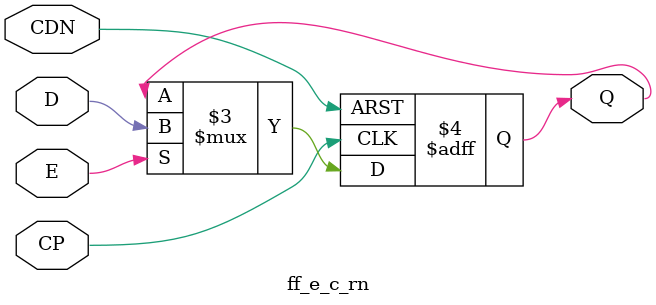
<source format=sv>

module ff_e_c_rn (input D, input E, input CP, input CDN, output reg Q);


always @(posedge CP or negedge CDN ) 
	if(!CDN) Q <= 0;
	else Q <= E ? D : Q;

endmodule



</source>
